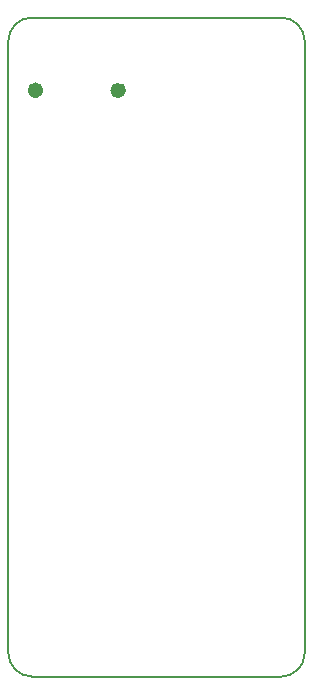
<source format=gm1>
%TF.GenerationSoftware,KiCad,Pcbnew,7.0.5*%
%TF.CreationDate,2025-04-30T23:03:42+08:00*%
%TF.ProjectId,audio-test-board,61756469-6f2d-4746-9573-742d626f6172,rev?*%
%TF.SameCoordinates,Original*%
%TF.FileFunction,Profile,NP*%
%FSLAX46Y46*%
G04 Gerber Fmt 4.6, Leading zero omitted, Abs format (unit mm)*
G04 Created by KiCad (PCBNEW 7.0.5) date 2025-04-30 23:03:42*
%MOMM*%
%LPD*%
G01*
G04 APERTURE LIST*
%TA.AperFunction,Profile*%
%ADD10C,0.150000*%
%TD*%
%TA.AperFunction,Profile*%
%ADD11C,0.660000*%
%TD*%
G04 APERTURE END LIST*
D10*
X158936800Y-149083600D02*
X158936800Y-97283600D01*
X158936800Y-149083600D02*
G75*
G03*
X160936800Y-151083600I2000000J0D01*
G01*
X184036800Y-97283600D02*
X184036800Y-149083600D01*
X182036800Y-151083600D02*
G75*
G03*
X184036800Y-149083600I0J2000000D01*
G01*
X160936800Y-95283600D02*
G75*
G03*
X158936800Y-97283600I0J-2000000D01*
G01*
X184036800Y-97283600D02*
G75*
G03*
X182036800Y-95283600I-2000000J0D01*
G01*
X182036800Y-151083600D02*
X160936800Y-151083600D01*
X160936800Y-95283600D02*
X182036800Y-95283600D01*
%TO.C,J2*%
D11*
X161566800Y-101447600D02*
G75*
G03*
X161566800Y-101447600I-330000J0D01*
G01*
X168566800Y-101447600D02*
G75*
G03*
X168566800Y-101447600I-330000J0D01*
G01*
%TD*%
M02*

</source>
